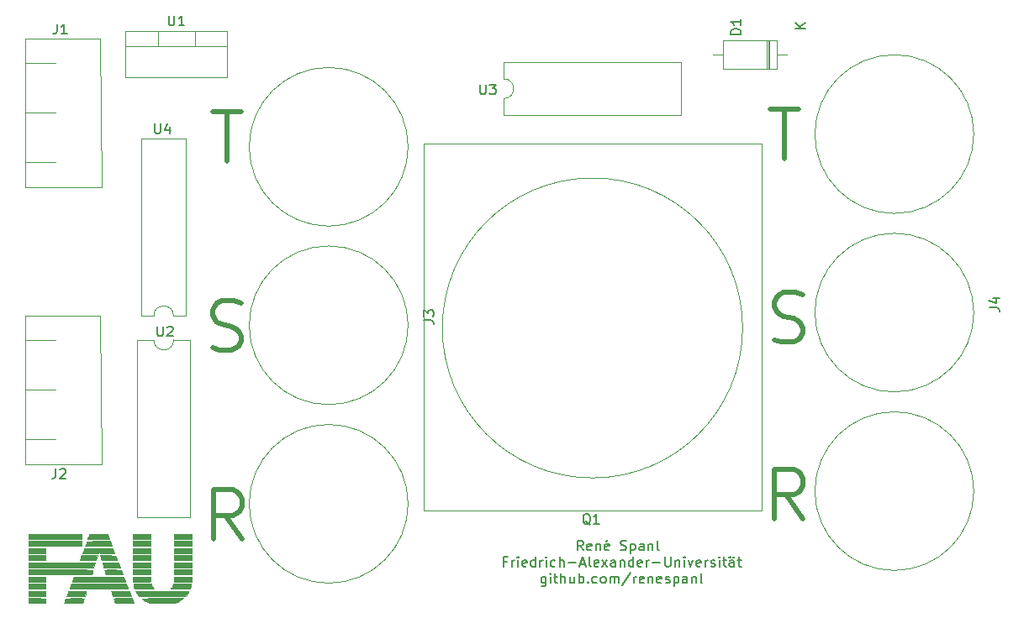
<source format=gbr>
%TF.GenerationSoftware,KiCad,Pcbnew,(5.1.5)-3*%
%TF.CreationDate,2020-11-20T20:56:11+01:00*%
%TF.ProjectId,PCB,5043422e-6b69-4636-9164-5f7063625858,rev?*%
%TF.SameCoordinates,Original*%
%TF.FileFunction,Legend,Top*%
%TF.FilePolarity,Positive*%
%FSLAX46Y46*%
G04 Gerber Fmt 4.6, Leading zero omitted, Abs format (unit mm)*
G04 Created by KiCad (PCBNEW (5.1.5)-3) date 2020-11-20 20:56:11*
%MOMM*%
%LPD*%
G04 APERTURE LIST*
%ADD10C,0.150000*%
%ADD11C,0.010000*%
%ADD12C,0.120000*%
%ADD13C,0.500000*%
G04 APERTURE END LIST*
D10*
X154003857Y-73224380D02*
X153670523Y-72748190D01*
X153432428Y-73224380D02*
X153432428Y-72224380D01*
X153813380Y-72224380D01*
X153908619Y-72272000D01*
X153956238Y-72319619D01*
X154003857Y-72414857D01*
X154003857Y-72557714D01*
X153956238Y-72652952D01*
X153908619Y-72700571D01*
X153813380Y-72748190D01*
X153432428Y-72748190D01*
X154813380Y-73176761D02*
X154718142Y-73224380D01*
X154527666Y-73224380D01*
X154432428Y-73176761D01*
X154384809Y-73081523D01*
X154384809Y-72700571D01*
X154432428Y-72605333D01*
X154527666Y-72557714D01*
X154718142Y-72557714D01*
X154813380Y-72605333D01*
X154861000Y-72700571D01*
X154861000Y-72795809D01*
X154384809Y-72891047D01*
X155289571Y-72557714D02*
X155289571Y-73224380D01*
X155289571Y-72652952D02*
X155337190Y-72605333D01*
X155432428Y-72557714D01*
X155575285Y-72557714D01*
X155670523Y-72605333D01*
X155718142Y-72700571D01*
X155718142Y-73224380D01*
X156575285Y-73176761D02*
X156480047Y-73224380D01*
X156289571Y-73224380D01*
X156194333Y-73176761D01*
X156146714Y-73081523D01*
X156146714Y-72700571D01*
X156194333Y-72605333D01*
X156289571Y-72557714D01*
X156480047Y-72557714D01*
X156575285Y-72605333D01*
X156622904Y-72700571D01*
X156622904Y-72795809D01*
X156146714Y-72891047D01*
X156480047Y-72176761D02*
X156337190Y-72319619D01*
X157765761Y-73176761D02*
X157908619Y-73224380D01*
X158146714Y-73224380D01*
X158241952Y-73176761D01*
X158289571Y-73129142D01*
X158337190Y-73033904D01*
X158337190Y-72938666D01*
X158289571Y-72843428D01*
X158241952Y-72795809D01*
X158146714Y-72748190D01*
X157956238Y-72700571D01*
X157861000Y-72652952D01*
X157813380Y-72605333D01*
X157765761Y-72510095D01*
X157765761Y-72414857D01*
X157813380Y-72319619D01*
X157861000Y-72272000D01*
X157956238Y-72224380D01*
X158194333Y-72224380D01*
X158337190Y-72272000D01*
X158765761Y-72557714D02*
X158765761Y-73557714D01*
X158765761Y-72605333D02*
X158861000Y-72557714D01*
X159051476Y-72557714D01*
X159146714Y-72605333D01*
X159194333Y-72652952D01*
X159241952Y-72748190D01*
X159241952Y-73033904D01*
X159194333Y-73129142D01*
X159146714Y-73176761D01*
X159051476Y-73224380D01*
X158861000Y-73224380D01*
X158765761Y-73176761D01*
X160099095Y-73224380D02*
X160099095Y-72700571D01*
X160051476Y-72605333D01*
X159956238Y-72557714D01*
X159765761Y-72557714D01*
X159670523Y-72605333D01*
X160099095Y-73176761D02*
X160003857Y-73224380D01*
X159765761Y-73224380D01*
X159670523Y-73176761D01*
X159622904Y-73081523D01*
X159622904Y-72986285D01*
X159670523Y-72891047D01*
X159765761Y-72843428D01*
X160003857Y-72843428D01*
X160099095Y-72795809D01*
X160575285Y-72557714D02*
X160575285Y-73224380D01*
X160575285Y-72652952D02*
X160622904Y-72605333D01*
X160718142Y-72557714D01*
X160861000Y-72557714D01*
X160956238Y-72605333D01*
X161003857Y-72700571D01*
X161003857Y-73224380D01*
X161622904Y-73224380D02*
X161527666Y-73176761D01*
X161480047Y-73081523D01*
X161480047Y-72224380D01*
X146289571Y-74350571D02*
X145956238Y-74350571D01*
X145956238Y-74874380D02*
X145956238Y-73874380D01*
X146432428Y-73874380D01*
X146813380Y-74874380D02*
X146813380Y-74207714D01*
X146813380Y-74398190D02*
X146861000Y-74302952D01*
X146908619Y-74255333D01*
X147003857Y-74207714D01*
X147099095Y-74207714D01*
X147432428Y-74874380D02*
X147432428Y-74207714D01*
X147432428Y-73874380D02*
X147384809Y-73922000D01*
X147432428Y-73969619D01*
X147480047Y-73922000D01*
X147432428Y-73874380D01*
X147432428Y-73969619D01*
X148289571Y-74826761D02*
X148194333Y-74874380D01*
X148003857Y-74874380D01*
X147908619Y-74826761D01*
X147861000Y-74731523D01*
X147861000Y-74350571D01*
X147908619Y-74255333D01*
X148003857Y-74207714D01*
X148194333Y-74207714D01*
X148289571Y-74255333D01*
X148337190Y-74350571D01*
X148337190Y-74445809D01*
X147861000Y-74541047D01*
X149194333Y-74874380D02*
X149194333Y-73874380D01*
X149194333Y-74826761D02*
X149099095Y-74874380D01*
X148908619Y-74874380D01*
X148813380Y-74826761D01*
X148765761Y-74779142D01*
X148718142Y-74683904D01*
X148718142Y-74398190D01*
X148765761Y-74302952D01*
X148813380Y-74255333D01*
X148908619Y-74207714D01*
X149099095Y-74207714D01*
X149194333Y-74255333D01*
X149670523Y-74874380D02*
X149670523Y-74207714D01*
X149670523Y-74398190D02*
X149718142Y-74302952D01*
X149765761Y-74255333D01*
X149861000Y-74207714D01*
X149956238Y-74207714D01*
X150289571Y-74874380D02*
X150289571Y-74207714D01*
X150289571Y-73874380D02*
X150241952Y-73922000D01*
X150289571Y-73969619D01*
X150337190Y-73922000D01*
X150289571Y-73874380D01*
X150289571Y-73969619D01*
X151194333Y-74826761D02*
X151099095Y-74874380D01*
X150908619Y-74874380D01*
X150813380Y-74826761D01*
X150765761Y-74779142D01*
X150718142Y-74683904D01*
X150718142Y-74398190D01*
X150765761Y-74302952D01*
X150813380Y-74255333D01*
X150908619Y-74207714D01*
X151099095Y-74207714D01*
X151194333Y-74255333D01*
X151622904Y-74874380D02*
X151622904Y-73874380D01*
X152051476Y-74874380D02*
X152051476Y-74350571D01*
X152003857Y-74255333D01*
X151908619Y-74207714D01*
X151765761Y-74207714D01*
X151670523Y-74255333D01*
X151622904Y-74302952D01*
X152527666Y-74493428D02*
X153289571Y-74493428D01*
X153718142Y-74588666D02*
X154194333Y-74588666D01*
X153622904Y-74874380D02*
X153956238Y-73874380D01*
X154289571Y-74874380D01*
X154765761Y-74874380D02*
X154670523Y-74826761D01*
X154622904Y-74731523D01*
X154622904Y-73874380D01*
X155527666Y-74826761D02*
X155432428Y-74874380D01*
X155241952Y-74874380D01*
X155146714Y-74826761D01*
X155099095Y-74731523D01*
X155099095Y-74350571D01*
X155146714Y-74255333D01*
X155241952Y-74207714D01*
X155432428Y-74207714D01*
X155527666Y-74255333D01*
X155575285Y-74350571D01*
X155575285Y-74445809D01*
X155099095Y-74541047D01*
X155908619Y-74874380D02*
X156432428Y-74207714D01*
X155908619Y-74207714D02*
X156432428Y-74874380D01*
X157241952Y-74874380D02*
X157241952Y-74350571D01*
X157194333Y-74255333D01*
X157099095Y-74207714D01*
X156908619Y-74207714D01*
X156813380Y-74255333D01*
X157241952Y-74826761D02*
X157146714Y-74874380D01*
X156908619Y-74874380D01*
X156813380Y-74826761D01*
X156765761Y-74731523D01*
X156765761Y-74636285D01*
X156813380Y-74541047D01*
X156908619Y-74493428D01*
X157146714Y-74493428D01*
X157241952Y-74445809D01*
X157718142Y-74207714D02*
X157718142Y-74874380D01*
X157718142Y-74302952D02*
X157765761Y-74255333D01*
X157861000Y-74207714D01*
X158003857Y-74207714D01*
X158099095Y-74255333D01*
X158146714Y-74350571D01*
X158146714Y-74874380D01*
X159051476Y-74874380D02*
X159051476Y-73874380D01*
X159051476Y-74826761D02*
X158956238Y-74874380D01*
X158765761Y-74874380D01*
X158670523Y-74826761D01*
X158622904Y-74779142D01*
X158575285Y-74683904D01*
X158575285Y-74398190D01*
X158622904Y-74302952D01*
X158670523Y-74255333D01*
X158765761Y-74207714D01*
X158956238Y-74207714D01*
X159051476Y-74255333D01*
X159908619Y-74826761D02*
X159813380Y-74874380D01*
X159622904Y-74874380D01*
X159527666Y-74826761D01*
X159480047Y-74731523D01*
X159480047Y-74350571D01*
X159527666Y-74255333D01*
X159622904Y-74207714D01*
X159813380Y-74207714D01*
X159908619Y-74255333D01*
X159956238Y-74350571D01*
X159956238Y-74445809D01*
X159480047Y-74541047D01*
X160384809Y-74874380D02*
X160384809Y-74207714D01*
X160384809Y-74398190D02*
X160432428Y-74302952D01*
X160480047Y-74255333D01*
X160575285Y-74207714D01*
X160670523Y-74207714D01*
X161003857Y-74493428D02*
X161765761Y-74493428D01*
X162241952Y-73874380D02*
X162241952Y-74683904D01*
X162289571Y-74779142D01*
X162337190Y-74826761D01*
X162432428Y-74874380D01*
X162622904Y-74874380D01*
X162718142Y-74826761D01*
X162765761Y-74779142D01*
X162813380Y-74683904D01*
X162813380Y-73874380D01*
X163289571Y-74207714D02*
X163289571Y-74874380D01*
X163289571Y-74302952D02*
X163337190Y-74255333D01*
X163432428Y-74207714D01*
X163575285Y-74207714D01*
X163670523Y-74255333D01*
X163718142Y-74350571D01*
X163718142Y-74874380D01*
X164194333Y-74874380D02*
X164194333Y-74207714D01*
X164194333Y-73874380D02*
X164146714Y-73922000D01*
X164194333Y-73969619D01*
X164241952Y-73922000D01*
X164194333Y-73874380D01*
X164194333Y-73969619D01*
X164575285Y-74207714D02*
X164813380Y-74874380D01*
X165051476Y-74207714D01*
X165813380Y-74826761D02*
X165718142Y-74874380D01*
X165527666Y-74874380D01*
X165432428Y-74826761D01*
X165384809Y-74731523D01*
X165384809Y-74350571D01*
X165432428Y-74255333D01*
X165527666Y-74207714D01*
X165718142Y-74207714D01*
X165813380Y-74255333D01*
X165861000Y-74350571D01*
X165861000Y-74445809D01*
X165384809Y-74541047D01*
X166289571Y-74874380D02*
X166289571Y-74207714D01*
X166289571Y-74398190D02*
X166337190Y-74302952D01*
X166384809Y-74255333D01*
X166480047Y-74207714D01*
X166575285Y-74207714D01*
X166861000Y-74826761D02*
X166956238Y-74874380D01*
X167146714Y-74874380D01*
X167241952Y-74826761D01*
X167289571Y-74731523D01*
X167289571Y-74683904D01*
X167241952Y-74588666D01*
X167146714Y-74541047D01*
X167003857Y-74541047D01*
X166908619Y-74493428D01*
X166861000Y-74398190D01*
X166861000Y-74350571D01*
X166908619Y-74255333D01*
X167003857Y-74207714D01*
X167146714Y-74207714D01*
X167241952Y-74255333D01*
X167718142Y-74874380D02*
X167718142Y-74207714D01*
X167718142Y-73874380D02*
X167670523Y-73922000D01*
X167718142Y-73969619D01*
X167765761Y-73922000D01*
X167718142Y-73874380D01*
X167718142Y-73969619D01*
X168051476Y-74207714D02*
X168432428Y-74207714D01*
X168194333Y-73874380D02*
X168194333Y-74731523D01*
X168241952Y-74826761D01*
X168337190Y-74874380D01*
X168432428Y-74874380D01*
X169194333Y-74874380D02*
X169194333Y-74350571D01*
X169146714Y-74255333D01*
X169051476Y-74207714D01*
X168861000Y-74207714D01*
X168765761Y-74255333D01*
X169194333Y-74826761D02*
X169099095Y-74874380D01*
X168861000Y-74874380D01*
X168765761Y-74826761D01*
X168718142Y-74731523D01*
X168718142Y-74636285D01*
X168765761Y-74541047D01*
X168861000Y-74493428D01*
X169099095Y-74493428D01*
X169194333Y-74445809D01*
X168765761Y-73874380D02*
X168813380Y-73922000D01*
X168765761Y-73969619D01*
X168718142Y-73922000D01*
X168765761Y-73874380D01*
X168765761Y-73969619D01*
X169146714Y-73874380D02*
X169194333Y-73922000D01*
X169146714Y-73969619D01*
X169099095Y-73922000D01*
X169146714Y-73874380D01*
X169146714Y-73969619D01*
X169527666Y-74207714D02*
X169908619Y-74207714D01*
X169670523Y-73874380D02*
X169670523Y-74731523D01*
X169718142Y-74826761D01*
X169813380Y-74874380D01*
X169908619Y-74874380D01*
X150241952Y-75857714D02*
X150241952Y-76667238D01*
X150194333Y-76762476D01*
X150146714Y-76810095D01*
X150051476Y-76857714D01*
X149908619Y-76857714D01*
X149813380Y-76810095D01*
X150241952Y-76476761D02*
X150146714Y-76524380D01*
X149956238Y-76524380D01*
X149861000Y-76476761D01*
X149813380Y-76429142D01*
X149765761Y-76333904D01*
X149765761Y-76048190D01*
X149813380Y-75952952D01*
X149861000Y-75905333D01*
X149956238Y-75857714D01*
X150146714Y-75857714D01*
X150241952Y-75905333D01*
X150718142Y-76524380D02*
X150718142Y-75857714D01*
X150718142Y-75524380D02*
X150670523Y-75572000D01*
X150718142Y-75619619D01*
X150765761Y-75572000D01*
X150718142Y-75524380D01*
X150718142Y-75619619D01*
X151051476Y-75857714D02*
X151432428Y-75857714D01*
X151194333Y-75524380D02*
X151194333Y-76381523D01*
X151241952Y-76476761D01*
X151337190Y-76524380D01*
X151432428Y-76524380D01*
X151765761Y-76524380D02*
X151765761Y-75524380D01*
X152194333Y-76524380D02*
X152194333Y-76000571D01*
X152146714Y-75905333D01*
X152051476Y-75857714D01*
X151908619Y-75857714D01*
X151813380Y-75905333D01*
X151765761Y-75952952D01*
X153099095Y-75857714D02*
X153099095Y-76524380D01*
X152670523Y-75857714D02*
X152670523Y-76381523D01*
X152718142Y-76476761D01*
X152813380Y-76524380D01*
X152956238Y-76524380D01*
X153051476Y-76476761D01*
X153099095Y-76429142D01*
X153575285Y-76524380D02*
X153575285Y-75524380D01*
X153575285Y-75905333D02*
X153670523Y-75857714D01*
X153861000Y-75857714D01*
X153956238Y-75905333D01*
X154003857Y-75952952D01*
X154051476Y-76048190D01*
X154051476Y-76333904D01*
X154003857Y-76429142D01*
X153956238Y-76476761D01*
X153861000Y-76524380D01*
X153670523Y-76524380D01*
X153575285Y-76476761D01*
X154480047Y-76429142D02*
X154527666Y-76476761D01*
X154480047Y-76524380D01*
X154432428Y-76476761D01*
X154480047Y-76429142D01*
X154480047Y-76524380D01*
X155384809Y-76476761D02*
X155289571Y-76524380D01*
X155099095Y-76524380D01*
X155003857Y-76476761D01*
X154956238Y-76429142D01*
X154908619Y-76333904D01*
X154908619Y-76048190D01*
X154956238Y-75952952D01*
X155003857Y-75905333D01*
X155099095Y-75857714D01*
X155289571Y-75857714D01*
X155384809Y-75905333D01*
X155956238Y-76524380D02*
X155861000Y-76476761D01*
X155813380Y-76429142D01*
X155765761Y-76333904D01*
X155765761Y-76048190D01*
X155813380Y-75952952D01*
X155861000Y-75905333D01*
X155956238Y-75857714D01*
X156099095Y-75857714D01*
X156194333Y-75905333D01*
X156241952Y-75952952D01*
X156289571Y-76048190D01*
X156289571Y-76333904D01*
X156241952Y-76429142D01*
X156194333Y-76476761D01*
X156099095Y-76524380D01*
X155956238Y-76524380D01*
X156718142Y-76524380D02*
X156718142Y-75857714D01*
X156718142Y-75952952D02*
X156765761Y-75905333D01*
X156861000Y-75857714D01*
X157003857Y-75857714D01*
X157099095Y-75905333D01*
X157146714Y-76000571D01*
X157146714Y-76524380D01*
X157146714Y-76000571D02*
X157194333Y-75905333D01*
X157289571Y-75857714D01*
X157432428Y-75857714D01*
X157527666Y-75905333D01*
X157575285Y-76000571D01*
X157575285Y-76524380D01*
X158765761Y-75476761D02*
X157908619Y-76762476D01*
X159099095Y-76524380D02*
X159099095Y-75857714D01*
X159099095Y-76048190D02*
X159146714Y-75952952D01*
X159194333Y-75905333D01*
X159289571Y-75857714D01*
X159384809Y-75857714D01*
X160099095Y-76476761D02*
X160003857Y-76524380D01*
X159813380Y-76524380D01*
X159718142Y-76476761D01*
X159670523Y-76381523D01*
X159670523Y-76000571D01*
X159718142Y-75905333D01*
X159813380Y-75857714D01*
X160003857Y-75857714D01*
X160099095Y-75905333D01*
X160146714Y-76000571D01*
X160146714Y-76095809D01*
X159670523Y-76191047D01*
X160575285Y-75857714D02*
X160575285Y-76524380D01*
X160575285Y-75952952D02*
X160622904Y-75905333D01*
X160718142Y-75857714D01*
X160861000Y-75857714D01*
X160956238Y-75905333D01*
X161003857Y-76000571D01*
X161003857Y-76524380D01*
X161861000Y-76476761D02*
X161765761Y-76524380D01*
X161575285Y-76524380D01*
X161480047Y-76476761D01*
X161432428Y-76381523D01*
X161432428Y-76000571D01*
X161480047Y-75905333D01*
X161575285Y-75857714D01*
X161765761Y-75857714D01*
X161861000Y-75905333D01*
X161908619Y-76000571D01*
X161908619Y-76095809D01*
X161432428Y-76191047D01*
X162289571Y-76476761D02*
X162384809Y-76524380D01*
X162575285Y-76524380D01*
X162670523Y-76476761D01*
X162718142Y-76381523D01*
X162718142Y-76333904D01*
X162670523Y-76238666D01*
X162575285Y-76191047D01*
X162432428Y-76191047D01*
X162337190Y-76143428D01*
X162289571Y-76048190D01*
X162289571Y-76000571D01*
X162337190Y-75905333D01*
X162432428Y-75857714D01*
X162575285Y-75857714D01*
X162670523Y-75905333D01*
X163146714Y-75857714D02*
X163146714Y-76857714D01*
X163146714Y-75905333D02*
X163241952Y-75857714D01*
X163432428Y-75857714D01*
X163527666Y-75905333D01*
X163575285Y-75952952D01*
X163622904Y-76048190D01*
X163622904Y-76333904D01*
X163575285Y-76429142D01*
X163527666Y-76476761D01*
X163432428Y-76524380D01*
X163241952Y-76524380D01*
X163146714Y-76476761D01*
X164480047Y-76524380D02*
X164480047Y-76000571D01*
X164432428Y-75905333D01*
X164337190Y-75857714D01*
X164146714Y-75857714D01*
X164051476Y-75905333D01*
X164480047Y-76476761D02*
X164384809Y-76524380D01*
X164146714Y-76524380D01*
X164051476Y-76476761D01*
X164003857Y-76381523D01*
X164003857Y-76286285D01*
X164051476Y-76191047D01*
X164146714Y-76143428D01*
X164384809Y-76143428D01*
X164480047Y-76095809D01*
X164956238Y-75857714D02*
X164956238Y-76524380D01*
X164956238Y-75952952D02*
X165003857Y-75905333D01*
X165099095Y-75857714D01*
X165241952Y-75857714D01*
X165337190Y-75905333D01*
X165384809Y-76000571D01*
X165384809Y-76524380D01*
X166003857Y-76524380D02*
X165908619Y-76476761D01*
X165861000Y-76381523D01*
X165861000Y-75524380D01*
D11*
%TO.C,G\002A\002A\002A*%
G36*
X98996500Y-78055203D02*
G01*
X99864333Y-78062666D01*
X99864333Y-78542444D01*
X98996500Y-78549907D01*
X98128666Y-78557371D01*
X98128666Y-78047739D01*
X98996500Y-78055203D01*
G37*
X98996500Y-78055203D02*
X99864333Y-78062666D01*
X99864333Y-78542444D01*
X98996500Y-78549907D01*
X98128666Y-78557371D01*
X98128666Y-78047739D01*
X98996500Y-78055203D01*
G36*
X103440497Y-78054553D02*
G01*
X103560136Y-78057580D01*
X103642488Y-78062479D01*
X103692338Y-78069399D01*
X103714473Y-78078488D01*
X103716666Y-78083346D01*
X103708181Y-78125433D01*
X103685651Y-78205551D01*
X103653465Y-78308382D01*
X103643793Y-78337737D01*
X103570920Y-78556555D01*
X102656015Y-78556555D01*
X102394253Y-78556113D01*
X102184189Y-78554663D01*
X102021083Y-78552019D01*
X101900196Y-78547998D01*
X101816786Y-78542413D01*
X101766116Y-78535079D01*
X101743443Y-78525811D01*
X101741111Y-78520818D01*
X101750733Y-78478933D01*
X101776246Y-78399934D01*
X101812621Y-78299130D01*
X101822224Y-78273874D01*
X101903338Y-78062666D01*
X102810002Y-78055220D01*
X103070216Y-78053521D01*
X103278786Y-78053250D01*
X103440497Y-78054553D01*
G37*
X103440497Y-78054553D02*
X103560136Y-78057580D01*
X103642488Y-78062479D01*
X103692338Y-78069399D01*
X103714473Y-78078488D01*
X103716666Y-78083346D01*
X103708181Y-78125433D01*
X103685651Y-78205551D01*
X103653465Y-78308382D01*
X103643793Y-78337737D01*
X103570920Y-78556555D01*
X102656015Y-78556555D01*
X102394253Y-78556113D01*
X102184189Y-78554663D01*
X102021083Y-78552019D01*
X101900196Y-78547998D01*
X101816786Y-78542413D01*
X101766116Y-78535079D01*
X101743443Y-78525811D01*
X101741111Y-78520818D01*
X101750733Y-78478933D01*
X101776246Y-78399934D01*
X101812621Y-78299130D01*
X101822224Y-78273874D01*
X101903338Y-78062666D01*
X102810002Y-78055220D01*
X103070216Y-78053521D01*
X103278786Y-78053250D01*
X103440497Y-78054553D01*
G36*
X108623586Y-78282809D02*
G01*
X108663072Y-78389519D01*
X108693463Y-78475633D01*
X108710168Y-78527960D01*
X108712000Y-78536809D01*
X108684877Y-78541548D01*
X108607909Y-78545879D01*
X108487693Y-78549661D01*
X108330827Y-78552753D01*
X108143908Y-78555015D01*
X107933536Y-78556304D01*
X107786483Y-78556555D01*
X106860967Y-78556555D01*
X106784594Y-78322041D01*
X106750248Y-78214481D01*
X106723911Y-78128014D01*
X106709642Y-78076139D01*
X106708222Y-78068041D01*
X106735337Y-78063335D01*
X106812254Y-78059037D01*
X106932333Y-78055291D01*
X107088932Y-78052237D01*
X107275410Y-78050018D01*
X107485126Y-78048774D01*
X107621698Y-78048555D01*
X108535173Y-78048555D01*
X108623586Y-78282809D01*
G37*
X108623586Y-78282809D02*
X108663072Y-78389519D01*
X108693463Y-78475633D01*
X108710168Y-78527960D01*
X108712000Y-78536809D01*
X108684877Y-78541548D01*
X108607909Y-78545879D01*
X108487693Y-78549661D01*
X108330827Y-78552753D01*
X108143908Y-78555015D01*
X107933536Y-78556304D01*
X107786483Y-78556555D01*
X106860967Y-78556555D01*
X106784594Y-78322041D01*
X106750248Y-78214481D01*
X106723911Y-78128014D01*
X106709642Y-78076139D01*
X106708222Y-78068041D01*
X106735337Y-78063335D01*
X106812254Y-78059037D01*
X106932333Y-78055291D01*
X107088932Y-78052237D01*
X107275410Y-78050018D01*
X107485126Y-78048774D01*
X107621698Y-78048555D01*
X108535173Y-78048555D01*
X108623586Y-78282809D01*
G36*
X113693222Y-78050674D02*
G01*
X113580333Y-78148823D01*
X113509383Y-78200788D01*
X113402363Y-78267449D01*
X113274425Y-78339792D01*
X113155027Y-78401764D01*
X112842610Y-78556555D01*
X110363000Y-78553361D01*
X110133804Y-78445591D01*
X110013574Y-78384978D01*
X109886693Y-78314278D01*
X109764709Y-78240714D01*
X109659166Y-78171512D01*
X109581611Y-78113897D01*
X109544640Y-78076914D01*
X109568797Y-78070737D01*
X109649386Y-78065350D01*
X109786403Y-78060753D01*
X109979841Y-78056945D01*
X110229695Y-78053928D01*
X110535957Y-78051701D01*
X110898624Y-78050263D01*
X111317688Y-78049617D01*
X111610167Y-78049615D01*
X113693222Y-78050674D01*
G37*
X113693222Y-78050674D02*
X113580333Y-78148823D01*
X113509383Y-78200788D01*
X113402363Y-78267449D01*
X113274425Y-78339792D01*
X113155027Y-78401764D01*
X112842610Y-78556555D01*
X110363000Y-78553361D01*
X110133804Y-78445591D01*
X110013574Y-78384978D01*
X109886693Y-78314278D01*
X109764709Y-78240714D01*
X109659166Y-78171512D01*
X109581611Y-78113897D01*
X109544640Y-78076914D01*
X109568797Y-78070737D01*
X109649386Y-78065350D01*
X109786403Y-78060753D01*
X109979841Y-78056945D01*
X110229695Y-78053928D01*
X110535957Y-78051701D01*
X110898624Y-78050263D01*
X111317688Y-78049617D01*
X111610167Y-78049615D01*
X113693222Y-78050674D01*
G36*
X99878444Y-77822777D02*
G01*
X98128666Y-77822777D01*
X98128666Y-77343000D01*
X99878444Y-77343000D01*
X99878444Y-77822777D01*
G37*
X99878444Y-77822777D02*
X98128666Y-77822777D01*
X98128666Y-77343000D01*
X99878444Y-77343000D01*
X99878444Y-77822777D01*
G36*
X103466980Y-77348691D02*
G01*
X103639591Y-77350144D01*
X103779490Y-77352748D01*
X103879959Y-77356396D01*
X103934281Y-77360982D01*
X103942066Y-77363770D01*
X103933834Y-77399200D01*
X103912356Y-77473709D01*
X103881877Y-77572712D01*
X103874172Y-77597000D01*
X103806656Y-77808666D01*
X102898856Y-77816115D01*
X101991057Y-77823565D01*
X102011239Y-77759671D01*
X102031789Y-77699531D01*
X102064563Y-77608530D01*
X102094969Y-77526444D01*
X102158517Y-77357111D01*
X103050481Y-77349659D01*
X103268371Y-77348493D01*
X103466980Y-77348691D01*
G37*
X103466980Y-77348691D02*
X103639591Y-77350144D01*
X103779490Y-77352748D01*
X103879959Y-77356396D01*
X103934281Y-77360982D01*
X103942066Y-77363770D01*
X103933834Y-77399200D01*
X103912356Y-77473709D01*
X103881877Y-77572712D01*
X103874172Y-77597000D01*
X103806656Y-77808666D01*
X102898856Y-77816115D01*
X101991057Y-77823565D01*
X102011239Y-77759671D01*
X102031789Y-77699531D01*
X102064563Y-77608530D01*
X102094969Y-77526444D01*
X102158517Y-77357111D01*
X103050481Y-77349659D01*
X103268371Y-77348493D01*
X103466980Y-77348691D01*
G36*
X107256705Y-77348854D02*
G01*
X107376452Y-77349659D01*
X108270460Y-77357111D01*
X108361382Y-77589944D01*
X108452303Y-77822777D01*
X106628191Y-77822777D01*
X106555317Y-77603959D01*
X106521495Y-77499930D01*
X106496017Y-77416867D01*
X106483185Y-77368955D01*
X106482444Y-77363674D01*
X106509545Y-77358661D01*
X106586373Y-77354525D01*
X106706215Y-77351371D01*
X106862359Y-77349304D01*
X107048093Y-77348430D01*
X107256705Y-77348854D01*
G37*
X107256705Y-77348854D02*
X107376452Y-77349659D01*
X108270460Y-77357111D01*
X108361382Y-77589944D01*
X108452303Y-77822777D01*
X106628191Y-77822777D01*
X106555317Y-77603959D01*
X106521495Y-77499930D01*
X106496017Y-77416867D01*
X106483185Y-77368955D01*
X106482444Y-77363674D01*
X106509545Y-77358661D01*
X106586373Y-77354525D01*
X106706215Y-77351371D01*
X106862359Y-77349304D01*
X107048093Y-77348430D01*
X107256705Y-77348854D01*
G36*
X112015164Y-77343260D02*
G01*
X112402366Y-77344022D01*
X112762390Y-77345253D01*
X113091965Y-77346923D01*
X113387820Y-77349002D01*
X113646686Y-77351458D01*
X113865291Y-77354261D01*
X114040365Y-77357380D01*
X114168639Y-77360783D01*
X114246842Y-77364442D01*
X114271777Y-77368120D01*
X114256302Y-77400854D01*
X114214884Y-77467296D01*
X114155031Y-77555689D01*
X114123040Y-77600953D01*
X113974303Y-77808666D01*
X111612298Y-77815883D01*
X109250293Y-77823099D01*
X109139653Y-77674772D01*
X109072952Y-77580690D01*
X109013895Y-77489450D01*
X108982671Y-77434722D01*
X108936328Y-77343000D01*
X111604053Y-77343000D01*
X112015164Y-77343260D01*
G37*
X112015164Y-77343260D02*
X112402366Y-77344022D01*
X112762390Y-77345253D01*
X113091965Y-77346923D01*
X113387820Y-77349002D01*
X113646686Y-77351458D01*
X113865291Y-77354261D01*
X114040365Y-77357380D01*
X114168639Y-77360783D01*
X114246842Y-77364442D01*
X114271777Y-77368120D01*
X114256302Y-77400854D01*
X114214884Y-77467296D01*
X114155031Y-77555689D01*
X114123040Y-77600953D01*
X113974303Y-77808666D01*
X111612298Y-77815883D01*
X109250293Y-77823099D01*
X109139653Y-77674772D01*
X109072952Y-77580690D01*
X109013895Y-77489450D01*
X108982671Y-77434722D01*
X108936328Y-77343000D01*
X111604053Y-77343000D01*
X112015164Y-77343260D01*
G36*
X99872487Y-76856166D02*
G01*
X99864333Y-77103111D01*
X98996500Y-77110574D01*
X98128666Y-77118038D01*
X98128666Y-76609222D01*
X99880642Y-76609222D01*
X99872487Y-76856166D01*
G37*
X99872487Y-76856166D02*
X99864333Y-77103111D01*
X98996500Y-77110574D01*
X98128666Y-77118038D01*
X98128666Y-76609222D01*
X99880642Y-76609222D01*
X99872487Y-76856166D01*
G36*
X108074613Y-76827944D02*
G01*
X108113791Y-76933793D01*
X108146150Y-77021174D01*
X108166091Y-77074968D01*
X108168683Y-77081944D01*
X108160698Y-77087793D01*
X108130343Y-77093000D01*
X108074919Y-77097597D01*
X107991728Y-77101617D01*
X107878074Y-77105092D01*
X107731257Y-77108055D01*
X107548580Y-77110538D01*
X107327346Y-77112574D01*
X107064855Y-77114194D01*
X106758411Y-77115432D01*
X106405316Y-77116320D01*
X106002871Y-77116890D01*
X105548379Y-77117174D01*
X105234278Y-77117222D01*
X104831219Y-77117081D01*
X104444153Y-77116673D01*
X104076801Y-77116015D01*
X103732887Y-77115126D01*
X103416132Y-77114026D01*
X103130259Y-77112732D01*
X102878990Y-77111265D01*
X102666048Y-77109642D01*
X102495155Y-77107882D01*
X102370032Y-77106005D01*
X102294403Y-77104029D01*
X102271768Y-77102249D01*
X102274245Y-77070940D01*
X102293461Y-76999689D01*
X102325769Y-76901191D01*
X102344675Y-76848454D01*
X102432555Y-76609631D01*
X105213115Y-76609426D01*
X107993676Y-76609222D01*
X108074613Y-76827944D01*
G37*
X108074613Y-76827944D02*
X108113791Y-76933793D01*
X108146150Y-77021174D01*
X108166091Y-77074968D01*
X108168683Y-77081944D01*
X108160698Y-77087793D01*
X108130343Y-77093000D01*
X108074919Y-77097597D01*
X107991728Y-77101617D01*
X107878074Y-77105092D01*
X107731257Y-77108055D01*
X107548580Y-77110538D01*
X107327346Y-77112574D01*
X107064855Y-77114194D01*
X106758411Y-77115432D01*
X106405316Y-77116320D01*
X106002871Y-77116890D01*
X105548379Y-77117174D01*
X105234278Y-77117222D01*
X104831219Y-77117081D01*
X104444153Y-77116673D01*
X104076801Y-77116015D01*
X103732887Y-77115126D01*
X103416132Y-77114026D01*
X103130259Y-77112732D01*
X102878990Y-77111265D01*
X102666048Y-77109642D01*
X102495155Y-77107882D01*
X102370032Y-77106005D01*
X102294403Y-77104029D01*
X102271768Y-77102249D01*
X102274245Y-77070940D01*
X102293461Y-76999689D01*
X102325769Y-76901191D01*
X102344675Y-76848454D01*
X102432555Y-76609631D01*
X105213115Y-76609426D01*
X107993676Y-76609222D01*
X108074613Y-76827944D01*
G36*
X110541544Y-76751618D02*
G01*
X110596169Y-76853978D01*
X110660346Y-76951484D01*
X110689546Y-76988177D01*
X110739640Y-77048822D01*
X110769012Y-77091321D01*
X110772222Y-77099781D01*
X110745073Y-77103868D01*
X110667916Y-77107615D01*
X110547188Y-77110907D01*
X110389326Y-77113627D01*
X110200765Y-77115660D01*
X109987943Y-77116892D01*
X109799689Y-77117222D01*
X108827156Y-77117222D01*
X108769578Y-76930805D01*
X108740063Y-76825628D01*
X108719296Y-76733256D01*
X108712000Y-76676805D01*
X108712000Y-76609222D01*
X110476219Y-76609222D01*
X110541544Y-76751618D01*
G37*
X110541544Y-76751618D02*
X110596169Y-76853978D01*
X110660346Y-76951484D01*
X110689546Y-76988177D01*
X110739640Y-77048822D01*
X110769012Y-77091321D01*
X110772222Y-77099781D01*
X110745073Y-77103868D01*
X110667916Y-77107615D01*
X110547188Y-77110907D01*
X110389326Y-77113627D01*
X110200765Y-77115660D01*
X109987943Y-77116892D01*
X109799689Y-77117222D01*
X108827156Y-77117222D01*
X108769578Y-76930805D01*
X108740063Y-76825628D01*
X108719296Y-76733256D01*
X108712000Y-76676805D01*
X108712000Y-76609222D01*
X110476219Y-76609222D01*
X110541544Y-76751618D01*
G36*
X114476993Y-76799722D02*
G01*
X114451424Y-76906524D01*
X114426947Y-76998908D01*
X114409929Y-77053722D01*
X114386063Y-77117222D01*
X113411698Y-77117222D01*
X113183552Y-77116757D01*
X112974379Y-77115436D01*
X112790610Y-77113369D01*
X112638675Y-77110666D01*
X112525006Y-77107437D01*
X112456031Y-77103792D01*
X112437333Y-77100541D01*
X112454206Y-77071476D01*
X112497512Y-77014830D01*
X112534767Y-76970031D01*
X112604358Y-76875493D01*
X112665336Y-76770907D01*
X112682934Y-76732818D01*
X112733666Y-76609433D01*
X113626929Y-76609328D01*
X114520191Y-76609222D01*
X114476993Y-76799722D01*
G37*
X114476993Y-76799722D02*
X114451424Y-76906524D01*
X114426947Y-76998908D01*
X114409929Y-77053722D01*
X114386063Y-77117222D01*
X113411698Y-77117222D01*
X113183552Y-77116757D01*
X112974379Y-77115436D01*
X112790610Y-77113369D01*
X112638675Y-77110666D01*
X112525006Y-77107437D01*
X112456031Y-77103792D01*
X112437333Y-77100541D01*
X112454206Y-77071476D01*
X112497512Y-77014830D01*
X112534767Y-76970031D01*
X112604358Y-76875493D01*
X112665336Y-76770907D01*
X112682934Y-76732818D01*
X112733666Y-76609433D01*
X113626929Y-76609328D01*
X114520191Y-76609222D01*
X114476993Y-76799722D01*
G36*
X99878444Y-76383444D02*
G01*
X98128666Y-76383444D01*
X98128666Y-75903666D01*
X99878444Y-75903666D01*
X99878444Y-76383444D01*
G37*
X99878444Y-76383444D02*
X98128666Y-76383444D01*
X98128666Y-75903666D01*
X99878444Y-75903666D01*
X99878444Y-76383444D01*
G36*
X107810875Y-76129444D02*
G01*
X107849421Y-76230810D01*
X107878365Y-76311566D01*
X107892722Y-76357658D01*
X107893451Y-76362277D01*
X107865890Y-76365307D01*
X107785761Y-76368206D01*
X107656941Y-76370946D01*
X107483305Y-76373494D01*
X107268730Y-76375822D01*
X107017093Y-76377897D01*
X106732269Y-76379689D01*
X106418136Y-76381169D01*
X106078569Y-76382304D01*
X105717445Y-76383065D01*
X105338641Y-76383421D01*
X105212444Y-76383444D01*
X104828728Y-76383222D01*
X104461432Y-76382575D01*
X104114432Y-76381536D01*
X103791605Y-76380135D01*
X103496827Y-76378404D01*
X103233976Y-76376375D01*
X103006926Y-76374077D01*
X102819557Y-76371543D01*
X102675742Y-76368804D01*
X102579360Y-76365891D01*
X102534287Y-76362836D01*
X102531333Y-76361818D01*
X102540835Y-76326955D01*
X102566053Y-76253710D01*
X102602058Y-76156235D01*
X102612456Y-76128985D01*
X102693579Y-75917777D01*
X107728402Y-75917777D01*
X107810875Y-76129444D01*
G37*
X107810875Y-76129444D02*
X107849421Y-76230810D01*
X107878365Y-76311566D01*
X107892722Y-76357658D01*
X107893451Y-76362277D01*
X107865890Y-76365307D01*
X107785761Y-76368206D01*
X107656941Y-76370946D01*
X107483305Y-76373494D01*
X107268730Y-76375822D01*
X107017093Y-76377897D01*
X106732269Y-76379689D01*
X106418136Y-76381169D01*
X106078569Y-76382304D01*
X105717445Y-76383065D01*
X105338641Y-76383421D01*
X105212444Y-76383444D01*
X104828728Y-76383222D01*
X104461432Y-76382575D01*
X104114432Y-76381536D01*
X103791605Y-76380135D01*
X103496827Y-76378404D01*
X103233976Y-76376375D01*
X103006926Y-76374077D01*
X102819557Y-76371543D01*
X102675742Y-76368804D01*
X102579360Y-76365891D01*
X102534287Y-76362836D01*
X102531333Y-76361818D01*
X102540835Y-76326955D01*
X102566053Y-76253710D01*
X102602058Y-76156235D01*
X102612456Y-76128985D01*
X102693579Y-75917777D01*
X107728402Y-75917777D01*
X107810875Y-76129444D01*
G36*
X110405333Y-76098914D02*
G01*
X110407714Y-76204113D01*
X110413949Y-76290615D01*
X110422464Y-76338802D01*
X110422736Y-76351265D01*
X110409251Y-76361192D01*
X110376471Y-76368866D01*
X110318858Y-76374571D01*
X110230874Y-76378587D01*
X110106981Y-76381199D01*
X109941641Y-76382688D01*
X109729316Y-76383338D01*
X109547575Y-76383444D01*
X108655555Y-76383444D01*
X108655555Y-75903666D01*
X110405333Y-75903666D01*
X110405333Y-76098914D01*
G37*
X110405333Y-76098914D02*
X110407714Y-76204113D01*
X110413949Y-76290615D01*
X110422464Y-76338802D01*
X110422736Y-76351265D01*
X110409251Y-76361192D01*
X110376471Y-76368866D01*
X110318858Y-76374571D01*
X110230874Y-76378587D01*
X110106981Y-76381199D01*
X109941641Y-76382688D01*
X109729316Y-76383338D01*
X109547575Y-76383444D01*
X108655555Y-76383444D01*
X108655555Y-75903666D01*
X110405333Y-75903666D01*
X110405333Y-76098914D01*
G36*
X114554000Y-76383444D02*
G01*
X112787181Y-76383444D01*
X112808363Y-76192944D01*
X112819430Y-76088242D01*
X112827609Y-76001155D01*
X112830995Y-75953055D01*
X112834681Y-75939084D01*
X112848732Y-75928016D01*
X112879003Y-75919517D01*
X112931351Y-75913250D01*
X113011631Y-75908881D01*
X113125699Y-75906074D01*
X113279411Y-75904493D01*
X113478622Y-75903803D01*
X113693222Y-75903666D01*
X114554000Y-75903666D01*
X114554000Y-76383444D01*
G37*
X114554000Y-76383444D02*
X112787181Y-76383444D01*
X112808363Y-76192944D01*
X112819430Y-76088242D01*
X112827609Y-76001155D01*
X112830995Y-75953055D01*
X112834681Y-75939084D01*
X112848732Y-75928016D01*
X112879003Y-75919517D01*
X112931351Y-75913250D01*
X113011631Y-75908881D01*
X113125699Y-75906074D01*
X113279411Y-75904493D01*
X113478622Y-75903803D01*
X113693222Y-75903666D01*
X114554000Y-75903666D01*
X114554000Y-76383444D01*
G36*
X101889027Y-75170000D02*
G01*
X102349964Y-75170354D01*
X102759608Y-75170977D01*
X103120536Y-75171899D01*
X103435324Y-75173146D01*
X103706548Y-75174748D01*
X103936782Y-75176731D01*
X104128604Y-75179125D01*
X104284589Y-75181957D01*
X104407313Y-75185254D01*
X104499352Y-75189046D01*
X104563281Y-75193360D01*
X104601678Y-75198224D01*
X104617117Y-75203666D01*
X104617689Y-75205166D01*
X104609108Y-75247751D01*
X104588297Y-75328403D01*
X104559413Y-75431178D01*
X104553291Y-75452111D01*
X104490981Y-75663777D01*
X101309823Y-75670954D01*
X98128666Y-75678131D01*
X98128666Y-75169889D01*
X101374222Y-75169889D01*
X101889027Y-75170000D01*
G37*
X101889027Y-75170000D02*
X102349964Y-75170354D01*
X102759608Y-75170977D01*
X103120536Y-75171899D01*
X103435324Y-75173146D01*
X103706548Y-75174748D01*
X103936782Y-75176731D01*
X104128604Y-75179125D01*
X104284589Y-75181957D01*
X104407313Y-75185254D01*
X104499352Y-75189046D01*
X104563281Y-75193360D01*
X104601678Y-75198224D01*
X104617117Y-75203666D01*
X104617689Y-75205166D01*
X104609108Y-75247751D01*
X104588297Y-75328403D01*
X104559413Y-75431178D01*
X104553291Y-75452111D01*
X104490981Y-75663777D01*
X101309823Y-75670954D01*
X98128666Y-75678131D01*
X98128666Y-75169889D01*
X101374222Y-75169889D01*
X101889027Y-75170000D01*
G36*
X106483185Y-75175435D02*
G01*
X106629319Y-75176518D01*
X107453528Y-75184000D01*
X107530656Y-75381555D01*
X107568310Y-75481889D01*
X107596316Y-75563880D01*
X107609264Y-75611565D01*
X107609558Y-75614389D01*
X107598096Y-75624908D01*
X107559331Y-75633264D01*
X107488459Y-75639659D01*
X107380675Y-75644295D01*
X107231173Y-75647373D01*
X107035149Y-75649095D01*
X106787797Y-75649664D01*
X106770320Y-75649666D01*
X105929307Y-75649666D01*
X105867209Y-75438595D01*
X105837655Y-75334593D01*
X105815732Y-75250685D01*
X105805427Y-75202303D01*
X105805111Y-75198279D01*
X105831861Y-75188800D01*
X105912484Y-75181791D01*
X106047540Y-75177237D01*
X106237587Y-75175123D01*
X106483185Y-75175435D01*
G37*
X106483185Y-75175435D02*
X106629319Y-75176518D01*
X107453528Y-75184000D01*
X107530656Y-75381555D01*
X107568310Y-75481889D01*
X107596316Y-75563880D01*
X107609264Y-75611565D01*
X107609558Y-75614389D01*
X107598096Y-75624908D01*
X107559331Y-75633264D01*
X107488459Y-75639659D01*
X107380675Y-75644295D01*
X107231173Y-75647373D01*
X107035149Y-75649095D01*
X106787797Y-75649664D01*
X106770320Y-75649666D01*
X105929307Y-75649666D01*
X105867209Y-75438595D01*
X105837655Y-75334593D01*
X105815732Y-75250685D01*
X105805427Y-75202303D01*
X105805111Y-75198279D01*
X105831861Y-75188800D01*
X105912484Y-75181791D01*
X106047540Y-75177237D01*
X106237587Y-75175123D01*
X106483185Y-75175435D01*
G36*
X110405333Y-75649666D02*
G01*
X108655555Y-75649666D01*
X108655555Y-75169889D01*
X110405333Y-75169889D01*
X110405333Y-75649666D01*
G37*
X110405333Y-75649666D02*
X108655555Y-75649666D01*
X108655555Y-75169889D01*
X110405333Y-75169889D01*
X110405333Y-75649666D01*
G36*
X114554000Y-75649666D02*
G01*
X112832444Y-75649666D01*
X112832444Y-75169889D01*
X114554000Y-75169889D01*
X114554000Y-75649666D01*
G37*
X114554000Y-75649666D02*
X112832444Y-75649666D01*
X112832444Y-75169889D01*
X114554000Y-75169889D01*
X114554000Y-75649666D01*
G36*
X102004914Y-74464412D02*
G01*
X102466021Y-74464670D01*
X102876219Y-74465139D01*
X103238276Y-74465852D01*
X103554959Y-74466840D01*
X103829037Y-74468135D01*
X104063276Y-74469769D01*
X104260445Y-74471775D01*
X104423310Y-74474184D01*
X104554641Y-74477029D01*
X104657204Y-74480341D01*
X104733767Y-74484153D01*
X104787098Y-74488496D01*
X104819965Y-74493403D01*
X104835135Y-74498905D01*
X104836731Y-74503066D01*
X104821736Y-74547947D01*
X104796100Y-74630044D01*
X104765102Y-74732423D01*
X104761961Y-74742955D01*
X104702054Y-74944111D01*
X98128666Y-74944111D01*
X98128666Y-74464333D01*
X101490130Y-74464333D01*
X102004914Y-74464412D01*
G37*
X102004914Y-74464412D02*
X102466021Y-74464670D01*
X102876219Y-74465139D01*
X103238276Y-74465852D01*
X103554959Y-74466840D01*
X103829037Y-74468135D01*
X104063276Y-74469769D01*
X104260445Y-74471775D01*
X104423310Y-74474184D01*
X104554641Y-74477029D01*
X104657204Y-74480341D01*
X104733767Y-74484153D01*
X104787098Y-74488496D01*
X104819965Y-74493403D01*
X104835135Y-74498905D01*
X104836731Y-74503066D01*
X104821736Y-74547947D01*
X104796100Y-74630044D01*
X104765102Y-74732423D01*
X104761961Y-74742955D01*
X104702054Y-74944111D01*
X98128666Y-74944111D01*
X98128666Y-74464333D01*
X101490130Y-74464333D01*
X102004914Y-74464412D01*
G36*
X107270196Y-74692522D02*
G01*
X107309433Y-74796536D01*
X107339501Y-74878642D01*
X107355746Y-74926035D01*
X107357333Y-74932411D01*
X107330281Y-74935392D01*
X107253807Y-74938093D01*
X107134931Y-74940413D01*
X106980675Y-74942252D01*
X106798061Y-74943510D01*
X106594109Y-74944085D01*
X106540084Y-74944111D01*
X105722834Y-74944111D01*
X105662927Y-74742955D01*
X105631687Y-74639496D01*
X105605289Y-74554651D01*
X105589013Y-74505356D01*
X105588157Y-74503066D01*
X105591710Y-74491581D01*
X105615828Y-74482532D01*
X105665972Y-74475651D01*
X105747604Y-74470670D01*
X105866187Y-74467321D01*
X106027183Y-74465338D01*
X106236052Y-74464450D01*
X106378176Y-74464333D01*
X107183059Y-74464333D01*
X107270196Y-74692522D01*
G37*
X107270196Y-74692522D02*
X107309433Y-74796536D01*
X107339501Y-74878642D01*
X107355746Y-74926035D01*
X107357333Y-74932411D01*
X107330281Y-74935392D01*
X107253807Y-74938093D01*
X107134931Y-74940413D01*
X106980675Y-74942252D01*
X106798061Y-74943510D01*
X106594109Y-74944085D01*
X106540084Y-74944111D01*
X105722834Y-74944111D01*
X105662927Y-74742955D01*
X105631687Y-74639496D01*
X105605289Y-74554651D01*
X105589013Y-74505356D01*
X105588157Y-74503066D01*
X105591710Y-74491581D01*
X105615828Y-74482532D01*
X105665972Y-74475651D01*
X105747604Y-74470670D01*
X105866187Y-74467321D01*
X106027183Y-74465338D01*
X106236052Y-74464450D01*
X106378176Y-74464333D01*
X107183059Y-74464333D01*
X107270196Y-74692522D01*
G36*
X110405333Y-74944111D02*
G01*
X108655555Y-74944111D01*
X108655555Y-74464333D01*
X110405333Y-74464333D01*
X110405333Y-74944111D01*
G37*
X110405333Y-74944111D02*
X108655555Y-74944111D01*
X108655555Y-74464333D01*
X110405333Y-74464333D01*
X110405333Y-74944111D01*
G36*
X114554000Y-74944111D02*
G01*
X112832444Y-74944111D01*
X112832444Y-74464333D01*
X114554000Y-74464333D01*
X114554000Y-74944111D01*
G37*
X114554000Y-74944111D02*
X112832444Y-74944111D01*
X112832444Y-74464333D01*
X114554000Y-74464333D01*
X114554000Y-74944111D01*
G36*
X99878444Y-74210333D02*
G01*
X98128666Y-74210333D01*
X98128666Y-73730555D01*
X99878444Y-73730555D01*
X99878444Y-74210333D01*
G37*
X99878444Y-74210333D02*
X98128666Y-74210333D01*
X98128666Y-73730555D01*
X99878444Y-73730555D01*
X99878444Y-74210333D01*
G36*
X104999016Y-73949277D02*
G01*
X104967330Y-74053566D01*
X104943413Y-74136644D01*
X104931345Y-74184197D01*
X104930645Y-74189166D01*
X104903489Y-74194591D01*
X104826959Y-74199502D01*
X104708123Y-74203713D01*
X104554052Y-74207040D01*
X104371813Y-74209297D01*
X104168477Y-74210299D01*
X104122869Y-74210333D01*
X103888319Y-74210150D01*
X103704326Y-74209356D01*
X103565003Y-74207581D01*
X103464461Y-74204456D01*
X103396815Y-74199613D01*
X103356177Y-74192681D01*
X103336659Y-74183292D01*
X103332374Y-74171077D01*
X103335168Y-74160944D01*
X103354591Y-74110608D01*
X103386849Y-74025541D01*
X103425059Y-73923899D01*
X103426124Y-73921055D01*
X103497428Y-73730555D01*
X105066963Y-73730555D01*
X104999016Y-73949277D01*
G37*
X104999016Y-73949277D02*
X104967330Y-74053566D01*
X104943413Y-74136644D01*
X104931345Y-74184197D01*
X104930645Y-74189166D01*
X104903489Y-74194591D01*
X104826959Y-74199502D01*
X104708123Y-74203713D01*
X104554052Y-74207040D01*
X104371813Y-74209297D01*
X104168477Y-74210299D01*
X104122869Y-74210333D01*
X103888319Y-74210150D01*
X103704326Y-74209356D01*
X103565003Y-74207581D01*
X103464461Y-74204456D01*
X103396815Y-74199613D01*
X103356177Y-74192681D01*
X103336659Y-74183292D01*
X103332374Y-74171077D01*
X103335168Y-74160944D01*
X103354591Y-74110608D01*
X103386849Y-74025541D01*
X103425059Y-73923899D01*
X103426124Y-73921055D01*
X103497428Y-73730555D01*
X105066963Y-73730555D01*
X104999016Y-73949277D01*
G36*
X106134681Y-73737168D02*
G01*
X106911710Y-73744666D01*
X106975255Y-73914000D01*
X107012155Y-74013882D01*
X107043233Y-74100722D01*
X107058857Y-74146833D01*
X107078914Y-74210333D01*
X106286790Y-74210333D01*
X106081897Y-74209610D01*
X105896655Y-74207570D01*
X105738201Y-74204403D01*
X105613672Y-74200299D01*
X105530205Y-74195449D01*
X105494936Y-74190043D01*
X105494243Y-74189166D01*
X105486180Y-74154000D01*
X105465135Y-74079324D01*
X105435182Y-73979434D01*
X105425736Y-73948835D01*
X105357652Y-73729669D01*
X106134681Y-73737168D01*
G37*
X106134681Y-73737168D02*
X106911710Y-73744666D01*
X106975255Y-73914000D01*
X107012155Y-74013882D01*
X107043233Y-74100722D01*
X107058857Y-74146833D01*
X107078914Y-74210333D01*
X106286790Y-74210333D01*
X106081897Y-74209610D01*
X105896655Y-74207570D01*
X105738201Y-74204403D01*
X105613672Y-74200299D01*
X105530205Y-74195449D01*
X105494936Y-74190043D01*
X105494243Y-74189166D01*
X105486180Y-74154000D01*
X105465135Y-74079324D01*
X105435182Y-73979434D01*
X105425736Y-73948835D01*
X105357652Y-73729669D01*
X106134681Y-73737168D01*
G36*
X110405333Y-74210333D02*
G01*
X108655555Y-74210333D01*
X108655555Y-73730555D01*
X110405333Y-73730555D01*
X110405333Y-74210333D01*
G37*
X110405333Y-74210333D02*
X108655555Y-74210333D01*
X108655555Y-73730555D01*
X110405333Y-73730555D01*
X110405333Y-74210333D01*
G36*
X114554000Y-74210333D02*
G01*
X112832444Y-74210333D01*
X112832444Y-73730555D01*
X114554000Y-73730555D01*
X114554000Y-74210333D01*
G37*
X114554000Y-74210333D02*
X112832444Y-74210333D01*
X112832444Y-73730555D01*
X114554000Y-73730555D01*
X114554000Y-74210333D01*
G36*
X99878444Y-73504777D02*
G01*
X98128666Y-73504777D01*
X98128666Y-73025000D01*
X99878444Y-73025000D01*
X99878444Y-73504777D01*
G37*
X99878444Y-73504777D02*
X98128666Y-73504777D01*
X98128666Y-73025000D01*
X99878444Y-73025000D01*
X99878444Y-73504777D01*
G36*
X106728984Y-73257833D02*
G01*
X106813536Y-73490666D01*
X106076932Y-73498203D01*
X105877450Y-73499746D01*
X105695855Y-73500202D01*
X105540005Y-73499626D01*
X105417759Y-73498076D01*
X105336977Y-73495609D01*
X105306165Y-73492631D01*
X105278726Y-73458514D01*
X105255786Y-73391782D01*
X105253194Y-73379261D01*
X105232117Y-73303643D01*
X105208553Y-73284287D01*
X105183600Y-73321124D01*
X105164811Y-73384833D01*
X105139794Y-73490666D01*
X104357910Y-73498168D01*
X103576027Y-73505669D01*
X103628367Y-73371168D01*
X103667593Y-73266635D01*
X103704218Y-73163136D01*
X103714986Y-73130833D01*
X103749266Y-73025000D01*
X106644431Y-73025000D01*
X106728984Y-73257833D01*
G37*
X106728984Y-73257833D02*
X106813536Y-73490666D01*
X106076932Y-73498203D01*
X105877450Y-73499746D01*
X105695855Y-73500202D01*
X105540005Y-73499626D01*
X105417759Y-73498076D01*
X105336977Y-73495609D01*
X105306165Y-73492631D01*
X105278726Y-73458514D01*
X105255786Y-73391782D01*
X105253194Y-73379261D01*
X105232117Y-73303643D01*
X105208553Y-73284287D01*
X105183600Y-73321124D01*
X105164811Y-73384833D01*
X105139794Y-73490666D01*
X104357910Y-73498168D01*
X103576027Y-73505669D01*
X103628367Y-73371168D01*
X103667593Y-73266635D01*
X103704218Y-73163136D01*
X103714986Y-73130833D01*
X103749266Y-73025000D01*
X106644431Y-73025000D01*
X106728984Y-73257833D01*
G36*
X110405333Y-73504777D02*
G01*
X108655555Y-73504777D01*
X108655555Y-73025000D01*
X110405333Y-73025000D01*
X110405333Y-73504777D01*
G37*
X110405333Y-73504777D02*
X108655555Y-73504777D01*
X108655555Y-73025000D01*
X110405333Y-73025000D01*
X110405333Y-73504777D01*
G36*
X114554000Y-73504777D02*
G01*
X112832444Y-73504777D01*
X112832444Y-73025000D01*
X114554000Y-73025000D01*
X114554000Y-73504777D01*
G37*
X114554000Y-73504777D02*
X112832444Y-73504777D01*
X112832444Y-73025000D01*
X114554000Y-73025000D01*
X114554000Y-73504777D01*
G36*
X103462666Y-72771000D02*
G01*
X98128666Y-72771000D01*
X98128666Y-72291222D01*
X103462666Y-72291222D01*
X103462666Y-72771000D01*
G37*
X103462666Y-72771000D02*
X98128666Y-72771000D01*
X98128666Y-72291222D01*
X103462666Y-72291222D01*
X103462666Y-72771000D01*
G36*
X106434482Y-72481416D02*
G01*
X106473814Y-72583059D01*
X106506740Y-72668762D01*
X106526353Y-72720543D01*
X106526747Y-72721611D01*
X106528368Y-72733011D01*
X106521014Y-72742512D01*
X106500065Y-72750288D01*
X106460895Y-72756509D01*
X106398883Y-72761349D01*
X106309406Y-72764978D01*
X106187841Y-72767569D01*
X106029566Y-72769295D01*
X105829956Y-72770326D01*
X105584390Y-72770835D01*
X105288245Y-72770994D01*
X105199451Y-72771000D01*
X103853974Y-72771000D01*
X103874031Y-72707500D01*
X103894507Y-72647591D01*
X103927225Y-72556766D01*
X103957640Y-72474666D01*
X104021191Y-72305333D01*
X105190794Y-72297971D01*
X106360398Y-72290610D01*
X106434482Y-72481416D01*
G37*
X106434482Y-72481416D02*
X106473814Y-72583059D01*
X106506740Y-72668762D01*
X106526353Y-72720543D01*
X106526747Y-72721611D01*
X106528368Y-72733011D01*
X106521014Y-72742512D01*
X106500065Y-72750288D01*
X106460895Y-72756509D01*
X106398883Y-72761349D01*
X106309406Y-72764978D01*
X106187841Y-72767569D01*
X106029566Y-72769295D01*
X105829956Y-72770326D01*
X105584390Y-72770835D01*
X105288245Y-72770994D01*
X105199451Y-72771000D01*
X103853974Y-72771000D01*
X103874031Y-72707500D01*
X103894507Y-72647591D01*
X103927225Y-72556766D01*
X103957640Y-72474666D01*
X104021191Y-72305333D01*
X105190794Y-72297971D01*
X106360398Y-72290610D01*
X106434482Y-72481416D01*
G36*
X110405333Y-72771000D02*
G01*
X108655555Y-72771000D01*
X108655555Y-72291222D01*
X110405333Y-72291222D01*
X110405333Y-72771000D01*
G37*
X110405333Y-72771000D02*
X108655555Y-72771000D01*
X108655555Y-72291222D01*
X110405333Y-72291222D01*
X110405333Y-72771000D01*
G36*
X114554000Y-72771000D02*
G01*
X112832444Y-72771000D01*
X112832444Y-72291222D01*
X114554000Y-72291222D01*
X114554000Y-72771000D01*
G37*
X114554000Y-72771000D02*
X112832444Y-72771000D01*
X112832444Y-72291222D01*
X114554000Y-72291222D01*
X114554000Y-72771000D01*
G36*
X100788611Y-71564356D02*
G01*
X103448555Y-71571555D01*
X103456709Y-71818500D01*
X103464864Y-72065444D01*
X98128666Y-72065444D01*
X98128666Y-71557156D01*
X100788611Y-71564356D01*
G37*
X100788611Y-71564356D02*
X103448555Y-71571555D01*
X103456709Y-71818500D01*
X103464864Y-72065444D01*
X98128666Y-72065444D01*
X98128666Y-71557156D01*
X100788611Y-71564356D01*
G36*
X104955391Y-71562223D02*
G01*
X105202318Y-71564105D01*
X106092894Y-71571555D01*
X106185796Y-71818500D01*
X106278699Y-72065444D01*
X104112991Y-72065444D01*
X104186295Y-71860833D01*
X104225135Y-71755323D01*
X104259872Y-71666025D01*
X104283708Y-71610337D01*
X104285671Y-71606438D01*
X104296277Y-71592579D01*
X104315907Y-71581649D01*
X104350493Y-71573373D01*
X104405967Y-71567478D01*
X104488262Y-71563689D01*
X104603309Y-71561733D01*
X104757041Y-71561336D01*
X104955391Y-71562223D01*
G37*
X104955391Y-71562223D02*
X105202318Y-71564105D01*
X106092894Y-71571555D01*
X106185796Y-71818500D01*
X106278699Y-72065444D01*
X104112991Y-72065444D01*
X104186295Y-71860833D01*
X104225135Y-71755323D01*
X104259872Y-71666025D01*
X104283708Y-71610337D01*
X104285671Y-71606438D01*
X104296277Y-71592579D01*
X104315907Y-71581649D01*
X104350493Y-71573373D01*
X104405967Y-71567478D01*
X104488262Y-71563689D01*
X104603309Y-71561733D01*
X104757041Y-71561336D01*
X104955391Y-71562223D01*
G36*
X109523389Y-71564092D02*
G01*
X110391222Y-71571555D01*
X110399376Y-71818500D01*
X110407530Y-72065444D01*
X108655555Y-72065444D01*
X108655555Y-71556628D01*
X109523389Y-71564092D01*
G37*
X109523389Y-71564092D02*
X110391222Y-71571555D01*
X110399376Y-71818500D01*
X110407530Y-72065444D01*
X108655555Y-72065444D01*
X108655555Y-71556628D01*
X109523389Y-71564092D01*
G36*
X114554000Y-72065444D02*
G01*
X112832444Y-72065444D01*
X112832444Y-71557444D01*
X114554000Y-71557444D01*
X114554000Y-72065444D01*
G37*
X114554000Y-72065444D02*
X112832444Y-72065444D01*
X112832444Y-71557444D01*
X114554000Y-71557444D01*
X114554000Y-72065444D01*
D12*
%TO.C,D1*%
X173535000Y-24711000D02*
X173535000Y-21771000D01*
X173535000Y-21771000D02*
X168095000Y-21771000D01*
X168095000Y-21771000D02*
X168095000Y-24711000D01*
X168095000Y-24711000D02*
X173535000Y-24711000D01*
X174555000Y-23241000D02*
X173535000Y-23241000D01*
X167075000Y-23241000D02*
X168095000Y-23241000D01*
X172635000Y-24711000D02*
X172635000Y-21771000D01*
X172515000Y-24711000D02*
X172515000Y-21771000D01*
X172755000Y-24711000D02*
X172755000Y-21771000D01*
%TO.C,J4*%
X193340000Y-67250000D02*
G75*
G03X193340000Y-67250000I-8000000J0D01*
G01*
X193340000Y-49250000D02*
G75*
G03X193340000Y-49250000I-8000000J0D01*
G01*
X193340000Y-31250000D02*
G75*
G03X193340000Y-31250000I-8000000J0D01*
G01*
%TO.C,U4*%
X110760000Y-49590000D02*
G75*
G02X112760000Y-49590000I1000000J0D01*
G01*
X112760000Y-49590000D02*
X114010000Y-49590000D01*
X114010000Y-49590000D02*
X114010000Y-31690000D01*
X114010000Y-31690000D02*
X109510000Y-31690000D01*
X109510000Y-31690000D02*
X109510000Y-49590000D01*
X109510000Y-49590000D02*
X110760000Y-49590000D01*
%TO.C,U3*%
X145990000Y-25670000D02*
G75*
G02X145990000Y-27670000I0J-1000000D01*
G01*
X145990000Y-27670000D02*
X145990000Y-29320000D01*
X145990000Y-29320000D02*
X163890000Y-29320000D01*
X163890000Y-29320000D02*
X163890000Y-24020000D01*
X163890000Y-24020000D02*
X145990000Y-24020000D01*
X145990000Y-24020000D02*
X145990000Y-25670000D01*
%TO.C,U2*%
X112760000Y-52010000D02*
G75*
G02X110760000Y-52010000I-1000000J0D01*
G01*
X110760000Y-52010000D02*
X109110000Y-52010000D01*
X109110000Y-52010000D02*
X109110000Y-69910000D01*
X109110000Y-69910000D02*
X114410000Y-69910000D01*
X114410000Y-69910000D02*
X114410000Y-52010000D01*
X114410000Y-52010000D02*
X112760000Y-52010000D01*
%TO.C,U1*%
X107910000Y-20860000D02*
X118150000Y-20860000D01*
X107910000Y-25501000D02*
X118150000Y-25501000D01*
X107910000Y-20860000D02*
X107910000Y-25501000D01*
X118150000Y-20860000D02*
X118150000Y-25501000D01*
X107910000Y-22370000D02*
X118150000Y-22370000D01*
X111180000Y-20860000D02*
X111180000Y-22370000D01*
X114881000Y-20860000D02*
X114881000Y-22370000D01*
%TO.C,Q1*%
X170060000Y-50800000D02*
G75*
G03X170060000Y-50800000I-15120000J0D01*
G01*
X137983400Y-32232600D02*
X171983400Y-32232600D01*
X137983400Y-32232600D02*
X137983400Y-69232600D01*
X171972800Y-69240400D02*
X171972800Y-32240400D01*
X171972800Y-69240400D02*
X137972800Y-69240400D01*
%TO.C,J3*%
X136370000Y-68530000D02*
G75*
G03X136370000Y-68530000I-8000000J0D01*
G01*
X136370000Y-50530000D02*
G75*
G03X136370000Y-50530000I-8000000J0D01*
G01*
X136370000Y-32530000D02*
G75*
G03X136370000Y-32530000I-8000000J0D01*
G01*
%TO.C,J2*%
X97790000Y-49530000D02*
X105390000Y-49530000D01*
X105390000Y-49530000D02*
X105490000Y-64530000D01*
X97790000Y-64530000D02*
X97790000Y-49530000D01*
X105490000Y-64530000D02*
X97790000Y-64530000D01*
X100890000Y-52030000D02*
X97790000Y-52030000D01*
X100890000Y-57030000D02*
X97790000Y-57030000D01*
X100890000Y-62030000D02*
X97790000Y-62030000D01*
%TO.C,J1*%
X97790000Y-21590000D02*
X105390000Y-21590000D01*
X105390000Y-21590000D02*
X105490000Y-36590000D01*
X97790000Y-36590000D02*
X97790000Y-21590000D01*
X105490000Y-36590000D02*
X97790000Y-36590000D01*
X100890000Y-24090000D02*
X97790000Y-24090000D01*
X100890000Y-29090000D02*
X97790000Y-29090000D01*
X100890000Y-34090000D02*
X97790000Y-34090000D01*
%TO.C,D1*%
D10*
X169870380Y-21185095D02*
X168870380Y-21185095D01*
X168870380Y-20947000D01*
X168918000Y-20804142D01*
X169013238Y-20708904D01*
X169108476Y-20661285D01*
X169298952Y-20613666D01*
X169441809Y-20613666D01*
X169632285Y-20661285D01*
X169727523Y-20708904D01*
X169822761Y-20804142D01*
X169870380Y-20947000D01*
X169870380Y-21185095D01*
X169870380Y-19661285D02*
X169870380Y-20232714D01*
X169870380Y-19947000D02*
X168870380Y-19947000D01*
X169013238Y-20042238D01*
X169108476Y-20137476D01*
X169156095Y-20232714D01*
X176347380Y-20581904D02*
X175347380Y-20581904D01*
X176347380Y-20010476D02*
X175775952Y-20439047D01*
X175347380Y-20010476D02*
X175918809Y-20581904D01*
%TO.C,J4*%
X194917380Y-48733333D02*
X195631666Y-48733333D01*
X195774523Y-48780952D01*
X195869761Y-48876190D01*
X195917380Y-49019047D01*
X195917380Y-49114285D01*
X195250714Y-47828571D02*
X195917380Y-47828571D01*
X194869761Y-48066666D02*
X195584047Y-48304761D01*
X195584047Y-47685714D01*
D13*
X172836428Y-28711904D02*
X175693571Y-28711904D01*
X174265000Y-33711904D02*
X174265000Y-28711904D01*
X173251428Y-51993809D02*
X173965714Y-52231904D01*
X175156190Y-52231904D01*
X175632380Y-51993809D01*
X175870476Y-51755714D01*
X176108571Y-51279523D01*
X176108571Y-50803333D01*
X175870476Y-50327142D01*
X175632380Y-50089047D01*
X175156190Y-49850952D01*
X174203809Y-49612857D01*
X173727619Y-49374761D01*
X173489523Y-49136666D01*
X173251428Y-48660476D01*
X173251428Y-48184285D01*
X173489523Y-47708095D01*
X173727619Y-47470000D01*
X174203809Y-47231904D01*
X175394285Y-47231904D01*
X176108571Y-47470000D01*
X176117619Y-70021904D02*
X174450952Y-67640952D01*
X173260476Y-70021904D02*
X173260476Y-65021904D01*
X175165238Y-65021904D01*
X175641428Y-65260000D01*
X175879523Y-65498095D01*
X176117619Y-65974285D01*
X176117619Y-66688571D01*
X175879523Y-67164761D01*
X175641428Y-67402857D01*
X175165238Y-67640952D01*
X173260476Y-67640952D01*
%TO.C,U4*%
D10*
X110871095Y-30186380D02*
X110871095Y-30995904D01*
X110918714Y-31091142D01*
X110966333Y-31138761D01*
X111061571Y-31186380D01*
X111252047Y-31186380D01*
X111347285Y-31138761D01*
X111394904Y-31091142D01*
X111442523Y-30995904D01*
X111442523Y-30186380D01*
X112347285Y-30519714D02*
X112347285Y-31186380D01*
X112109190Y-30138761D02*
X111871095Y-30853047D01*
X112490142Y-30853047D01*
%TO.C,U3*%
X143637095Y-26249380D02*
X143637095Y-27058904D01*
X143684714Y-27154142D01*
X143732333Y-27201761D01*
X143827571Y-27249380D01*
X144018047Y-27249380D01*
X144113285Y-27201761D01*
X144160904Y-27154142D01*
X144208523Y-27058904D01*
X144208523Y-26249380D01*
X144589476Y-26249380D02*
X145208523Y-26249380D01*
X144875190Y-26630333D01*
X145018047Y-26630333D01*
X145113285Y-26677952D01*
X145160904Y-26725571D01*
X145208523Y-26820809D01*
X145208523Y-27058904D01*
X145160904Y-27154142D01*
X145113285Y-27201761D01*
X145018047Y-27249380D01*
X144732333Y-27249380D01*
X144637095Y-27201761D01*
X144589476Y-27154142D01*
%TO.C,U2*%
X111125095Y-50633380D02*
X111125095Y-51442904D01*
X111172714Y-51538142D01*
X111220333Y-51585761D01*
X111315571Y-51633380D01*
X111506047Y-51633380D01*
X111601285Y-51585761D01*
X111648904Y-51538142D01*
X111696523Y-51442904D01*
X111696523Y-50633380D01*
X112125095Y-50728619D02*
X112172714Y-50681000D01*
X112267952Y-50633380D01*
X112506047Y-50633380D01*
X112601285Y-50681000D01*
X112648904Y-50728619D01*
X112696523Y-50823857D01*
X112696523Y-50919095D01*
X112648904Y-51061952D01*
X112077476Y-51633380D01*
X112696523Y-51633380D01*
%TO.C,U1*%
X112268095Y-19312380D02*
X112268095Y-20121904D01*
X112315714Y-20217142D01*
X112363333Y-20264761D01*
X112458571Y-20312380D01*
X112649047Y-20312380D01*
X112744285Y-20264761D01*
X112791904Y-20217142D01*
X112839523Y-20121904D01*
X112839523Y-19312380D01*
X113839523Y-20312380D02*
X113268095Y-20312380D01*
X113553809Y-20312380D02*
X113553809Y-19312380D01*
X113458571Y-19455238D01*
X113363333Y-19550476D01*
X113268095Y-19598095D01*
%TO.C,Q1*%
X154717761Y-70651619D02*
X154622523Y-70604000D01*
X154527285Y-70508761D01*
X154384428Y-70365904D01*
X154289190Y-70318285D01*
X154193952Y-70318285D01*
X154241571Y-70556380D02*
X154146333Y-70508761D01*
X154051095Y-70413523D01*
X154003476Y-70223047D01*
X154003476Y-69889714D01*
X154051095Y-69699238D01*
X154146333Y-69604000D01*
X154241571Y-69556380D01*
X154432047Y-69556380D01*
X154527285Y-69604000D01*
X154622523Y-69699238D01*
X154670142Y-69889714D01*
X154670142Y-70223047D01*
X154622523Y-70413523D01*
X154527285Y-70508761D01*
X154432047Y-70556380D01*
X154241571Y-70556380D01*
X155622523Y-70556380D02*
X155051095Y-70556380D01*
X155336809Y-70556380D02*
X155336809Y-69556380D01*
X155241571Y-69699238D01*
X155146333Y-69794476D01*
X155051095Y-69842095D01*
%TO.C,J3*%
X137947380Y-50013333D02*
X138661666Y-50013333D01*
X138804523Y-50060952D01*
X138899761Y-50156190D01*
X138947380Y-50299047D01*
X138947380Y-50394285D01*
X137947380Y-49632380D02*
X137947380Y-49013333D01*
X138328333Y-49346666D01*
X138328333Y-49203809D01*
X138375952Y-49108571D01*
X138423571Y-49060952D01*
X138518809Y-49013333D01*
X138756904Y-49013333D01*
X138852142Y-49060952D01*
X138899761Y-49108571D01*
X138947380Y-49203809D01*
X138947380Y-49489523D01*
X138899761Y-49584761D01*
X138852142Y-49632380D01*
D13*
X116681428Y-29011904D02*
X119538571Y-29011904D01*
X118110000Y-34011904D02*
X118110000Y-29011904D01*
X116681428Y-52823809D02*
X117395714Y-53061904D01*
X118586190Y-53061904D01*
X119062380Y-52823809D01*
X119300476Y-52585714D01*
X119538571Y-52109523D01*
X119538571Y-51633333D01*
X119300476Y-51157142D01*
X119062380Y-50919047D01*
X118586190Y-50680952D01*
X117633809Y-50442857D01*
X117157619Y-50204761D01*
X116919523Y-49966666D01*
X116681428Y-49490476D01*
X116681428Y-49014285D01*
X116919523Y-48538095D01*
X117157619Y-48300000D01*
X117633809Y-48061904D01*
X118824285Y-48061904D01*
X119538571Y-48300000D01*
X119657619Y-72111904D02*
X117990952Y-69730952D01*
X116800476Y-72111904D02*
X116800476Y-67111904D01*
X118705238Y-67111904D01*
X119181428Y-67350000D01*
X119419523Y-67588095D01*
X119657619Y-68064285D01*
X119657619Y-68778571D01*
X119419523Y-69254761D01*
X119181428Y-69492857D01*
X118705238Y-69730952D01*
X116800476Y-69730952D01*
%TO.C,J2*%
D10*
X100885666Y-64984380D02*
X100885666Y-65698666D01*
X100838047Y-65841523D01*
X100742809Y-65936761D01*
X100599952Y-65984380D01*
X100504714Y-65984380D01*
X101314238Y-65079619D02*
X101361857Y-65032000D01*
X101457095Y-64984380D01*
X101695190Y-64984380D01*
X101790428Y-65032000D01*
X101838047Y-65079619D01*
X101885666Y-65174857D01*
X101885666Y-65270095D01*
X101838047Y-65412952D01*
X101266619Y-65984380D01*
X101885666Y-65984380D01*
%TO.C,J1*%
X101012666Y-20153380D02*
X101012666Y-20867666D01*
X100965047Y-21010523D01*
X100869809Y-21105761D01*
X100726952Y-21153380D01*
X100631714Y-21153380D01*
X102012666Y-21153380D02*
X101441238Y-21153380D01*
X101726952Y-21153380D02*
X101726952Y-20153380D01*
X101631714Y-20296238D01*
X101536476Y-20391476D01*
X101441238Y-20439095D01*
%TD*%
M02*

</source>
